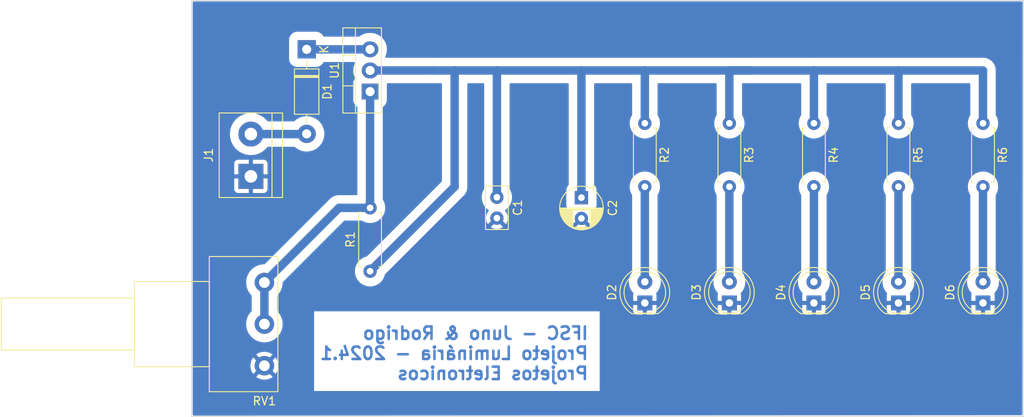
<source format=kicad_pcb>
(kicad_pcb (version 20221018) (generator pcbnew)
  (layers (0 "F.Cu" signal) (31 "B.Cu" signal) (34 "B.Paste" user) (35 "F.Paste" user) (36 "B.SilkS" user "B.Silkscreen") (37 "F.SilkS" user "F.Silkscreen") (38 "B.Mask" user) (39 "F.Mask" user) (44 "Edge.Cuts" user))
  (net 0 "")
  (net 1 "Net-(U1-VO)")
  (net 2 "GNDREF")
  (net 3 "Net-(D1-K)")
  (net 4 "Net-(D1-A)")
  (net 5 "Net-(D2-A)")
  (net 6 "Net-(D3-A)")
  (net 7 "Net-(D4-A)")
  (net 8 "Net-(D5-A)")
  (net 9 "Net-(D6-A)")
  (net 10 "Net-(U1-ADJ)")
  (footprint "Capacitor_THT:CP_Radial_D5.0mm_P2.50mm" (layer "F.Cu") (at 116.84 73.7 -90)
    (fp_text reference "C2" (at 1.25 -3.75 90) (layer "F.SilkS"))
    (fp_text value "10uF")
    (fp_line (start -1.554775 -1.475) (end -1.054775 -1.475) (stroke (width 0.12)) (layer "F.SilkS"))
    (fp_line (start -1.304775 -1.725) (end -1.304775 -1.225) (stroke (width 0.12)) (layer "F.SilkS"))
    (fp_line (start 1.25 -2.58) (end 1.25 2.58) (stroke (width 0.12)) (layer "F.SilkS"))
    (fp_line (start 1.29 -2.58) (end 1.29 2.58) (stroke (width 0.12)) (layer "F.SilkS"))
    (fp_line (start 1.33 -2.579) (end 1.33 2.579) (stroke (width 0.12)) (layer "F.SilkS"))
    (fp_line (start 1.37 -2.578) (end 1.37 2.578) (stroke (width 0.12)) (layer "F.SilkS"))
    (fp_line (start 1.41 -2.576) (end 1.41 2.576) (stroke (width 0.12)) (layer "F.SilkS"))
    (fp_line (start 1.45 -2.573) (end 1.45 2.573) (stroke (width 0.12)) (layer "F.SilkS"))
    (fp_line (start 1.49 -2.569) (end 1.49 -1.04) (stroke (width 0.12)) (layer "F.SilkS"))
    (fp_line (start 1.49 1.04) (end 1.49 2.569) (stroke (width 0.12)) (layer "F.SilkS"))
    (fp_line (start 1.53 -2.565) (end 1.53 -1.04) (stroke (width 0.12)) (layer "F.SilkS"))
    (fp_line (start 1.53 1.04) (end 1.53 2.565) (stroke (width 0.12)) (layer "F.SilkS"))
    (fp_line (start 1.57 -2.561) (end 1.57 -1.04) (stroke (width 0.12)) (layer "F.SilkS"))
    (fp_line (start 1.57 1.04) (end 1.57 2.561) (stroke (width 0.12)) (layer "F.SilkS"))
    (fp_line (start 1.61 -2.556) (end 1.61 -1.04) (stroke (width 0.12)) (layer "F.SilkS"))
    (fp_line (start 1.61 1.04) (end 1.61 2.556) (stroke (width 0.12)) (layer "F.SilkS"))
    (fp_line (start 1.65 -2.55) (end 1.65 -1.04) (stroke (width 0.12)) (layer "F.SilkS"))
    (fp_line (start 1.65 1.04) (end 1.65 2.55) (stroke (width 0.12)) (layer "F.SilkS"))
    (fp_line (start 1.69 -2.543) (end 1.69 -1.04) (stroke (width 0.12)) (layer "F.SilkS"))
    (fp_line (start 1.69 1.04) (end 1.69 2.543) (stroke (width 0.12)) (layer "F.SilkS"))
    (fp_line (start 1.73 -2.536) (end 1.73 -1.04) (stroke (width 0.12)) (layer "F.SilkS"))
    (fp_line (start 1.73 1.04) (end 1.73 2.536) (stroke (width 0.12)) (layer "F.SilkS"))
    (fp_line (start 1.77 -2.528) (end 1.77 -1.04) (stroke (width 0.12)) (layer "F.SilkS"))
    (fp_line (start 1.77 1.04) (end 1.77 2.528) (stroke (width 0.12)) (layer "F.SilkS"))
    (fp_line (start 1.81 -2.52) (end 1.81 -1.04) (stroke (width 0.12)) (layer "F.SilkS"))
    (fp_line (start 1.81 1.04) (end 1.81 2.52) (stroke (width 0.12)) (layer "F.SilkS"))
    (fp_line (start 1.85 -2.511) (end 1.85 -1.04) (stroke (width 0.12)) (layer "F.SilkS"))
    (fp_line (start 1.85 1.04) (end 1.85 2.511) (stroke (width 0.12)) (layer "F.SilkS"))
    (fp_line (start 1.89 -2.501) (end 1.89 -1.04) (stroke (width 0.12)) (layer "F.SilkS"))
    (fp_line (start 1.89 1.04) (end 1.89 2.501) (stroke (width 0.12)) (layer "F.SilkS"))
    (fp_line (start 1.93 -2.491) (end 1.93 -1.04) (stroke (width 0.12)) (layer "F.SilkS"))
    (fp_line (start 1.93 1.04) (end 1.93 2.491) (stroke (width 0.12)) (layer "F.SilkS"))
    (fp_line (start 1.971 -2.48) (end 1.971 -1.04) (stroke (width 0.12)) (layer "F.SilkS"))
    (fp_line (start 1.971 1.04) (end 1.971 2.48) (stroke (width 0.12)) (layer "F.SilkS"))
    (fp_line (start 2.011 -2.468) (end 2.011 -1.04) (stroke (width 0.12)) (layer "F.SilkS"))
    (fp_line (start 2.011 1.04) (end 2.011 2.468) (stroke (width 0.12)) (layer "F.SilkS"))
    (fp_line (start 2.051 -2.455) (end 2.051 -1.04) (stroke (width 0.12)) (layer "F.SilkS"))
    (fp_line (start 2.051 1.04) (end 2.051 2.455) (stroke (width 0.12)) (layer "F.SilkS"))
    (fp_line (start 2.091 -2.442) (end 2.091 -1.04) (stroke (width 0.12)) (layer "F.SilkS"))
    (fp_line (start 2.091 1.04) (end 2.091 2.442) (stroke (width 0.12)) (layer "F.SilkS"))
    (fp_line (start 2.131 -2.428) (end 2.131 -1.04) (stroke (width 0.12)) (layer "F.SilkS"))
    (fp_line (start 2.131 1.04) (end 2.131 2.428) (stroke (width 0.12)) (layer "F.SilkS"))
    (fp_line (start 2.171 -2.414) (end 2.171 -1.04) (stroke (width 0.12)) (layer "F.SilkS"))
    (fp_line (start 2.171 1.04) (end 2.171 2.414) (stroke (width 0.12)) (layer "F.SilkS"))
    (fp_line (start 2.211 -2.398) (end 2.211 -1.04) (stroke (width 0.12)) (layer "F.SilkS"))
    (fp_line (start 2.211 1.04) (end 2.211 2.398) (stroke (width 0.12)) (layer "F.SilkS"))
    (fp_line (start 2.251 -2.382) (end 2.251 -1.04) (stroke (width 0.12)) (layer "F.SilkS"))
    (fp_line (start 2.251 1.04) (end 2.251 2.382) (stroke (width 0.12)) (layer "F.SilkS"))
    (fp_line (start 2.291 -2.365) (end 2.291 -1.04) (stroke (width 0.12)) (layer "F.SilkS"))
    (fp_line (start 2.291 1.04) (end 2.291 2.365) (stroke (width 0.12)) (layer "F.SilkS"))
    (fp_line (start 2.331 -2.348) (end 2.331 -1.04) (stroke (width 0.12)) (layer "F.SilkS"))
    (fp_line (start 2.331 1.04) (end 2.331 2.348) (stroke (width 0.12)) (layer "F.SilkS"))
    (fp_line (start 2.371 -2.329) (end 2.371 -1.04) (stroke (width 0.12)) (layer "F.SilkS"))
    (fp_line (start 2.371 1.04) (end 2.371 2.329) (stroke (width 0.12)) (layer "F.SilkS"))
    (fp_line (start 2.411 -2.31) (end 2.411 -1.04) (stroke (width 0.12)) (layer "F.SilkS"))
    (fp_line (start 2.411 1.04) (end 2.411 2.31) (stroke (width 0.12)) (layer "F.SilkS"))
    (fp_line (start 2.451 -2.29) (end 2.451 -1.04) (stroke (width 0.12)) (layer "F.SilkS"))
    (fp_line (start 2.451 1.04) (end 2.451 2.29) (stroke (width 0.12)) (layer "F.SilkS"))
    (fp_line (start 2.491 -2.268) (end 2.491 -1.04) (stroke (width 0.12)) (layer "F.SilkS"))
    (fp_line (start 2.491 1.04) (end 2.491 2.268) (stroke (width 0.12)) (layer "F.SilkS"))
    (fp_line (start 2.531 -2.247) (end 2.531 -1.04) (stroke (width 0.12)) (layer "F.SilkS"))
    (fp_line (start 2.531 1.04) (end 2.531 2.247) (stroke (width 0.12)) (layer "F.SilkS"))
    (fp_line (start 2.571 -2.224) (end 2.571 -1.04) (stroke (width 0.12)) (layer "F.SilkS"))
    (fp_line (start 2.571 1.04) (end 2.571 2.224) (stroke (width 0.12)) (layer "F.SilkS"))
    (fp_line (start 2.611 -2.2) (end 2.611 -1.04) (stroke (width 0.12)) (layer "F.SilkS"))
    (fp_line (start 2.611 1.04) (end 2.611 2.2) (stroke (width 0.12)) (layer "F.SilkS"))
    (fp_line (start 2.651 -2.175) (end 2.651 -1.04) (stroke (width 0.12)) (layer "F.SilkS"))
    (fp_line (start 2.651 1.04) (end 2.651 2.175) (stroke (width 0.12)) (layer "F.SilkS"))
    (fp_line (start 2.691 -2.149) (end 2.691 -1.04) (stroke (width 0.12)) (layer "F.SilkS"))
    (fp_line (start 2.691 1.04) (end 2.691 2.149) (stroke (width 0.12)) (layer "F.SilkS"))
    (fp_line (start 2.731 -2.122) (end 2.731 -1.04) (stroke (width 0.12)) (layer "F.SilkS"))
    (fp_line (start 2.731 1.04) (end 2.731 2.122) (stroke (width 0.12)) (layer "F.SilkS"))
    (fp_line (start 2.771 -2.095) (end 2.771 -1.04) (stroke (width 0.12)) (layer "F.SilkS"))
    (fp_line (start 2.771 1.04) (end 2.771 2.095) (stroke (width 0.12)) (layer "F.SilkS"))
    (fp_line (start 2.811 -2.065) (end 2.811 -1.04) (stroke (width 0.12)) (layer "F.SilkS"))
    (fp_line (start 2.811 1.04) (end 2.811 2.065) (stroke (width 0.12)) (layer "F.SilkS"))
    (fp_line (start 2.851 -2.035) (end 2.851 -1.04) (stroke (width 0.12)) (layer "F.SilkS"))
    (fp_line (start 2.851 1.04) (end 2.851 2.035) (stroke (width 0.12)) (layer "F.SilkS"))
    (fp_line (start 2.891 -2.004) (end 2.891 -1.04) (stroke (width 0.12)) (layer "F.SilkS"))
    (fp_line (start 2.891 1.04) (end 2.891 2.004) (stroke (width 0.12)) (layer "F.SilkS"))
    (fp_line (start 2.931 -1.971) (end 2.931 -1.04) (stroke (width 0.12)) (layer "F.SilkS"))
    (fp_line (start 2.931 1.04) (end 2.931 1.971) (stroke (width 0.12)) (layer "F.SilkS"))
    (fp_line (start 2.971 -1.937) (end 2.971 -1.04) (stroke (width 0.12)) (layer "F.SilkS"))
    (fp_line (start 2.971 1.04) (end 2.971 1.937) (stroke (width 0.12)) (layer "F.SilkS"))
    (fp_line (start 3.011 -1.901) (end 3.011 -1.04) (stroke (width 0.12)) (layer "F.SilkS"))
    (fp_line (start 3.011 1.04) (end 3.011 1.901) (stroke (width 0.12)) (layer "F.SilkS"))
    (fp_line (start 3.051 -1.864) (end 3.051 -1.04) (stroke (width 0.12)) (layer "F.SilkS"))
    (fp_line (start 3.051 1.04) (end 3.051 1.864) (stroke (width 0.12)) (layer "F.SilkS"))
    (fp_line (start 3.091 -1.826) (end 3.091 -1.04) (stroke (width 0.12)) (layer "F.SilkS"))
    (fp_line (start 3.091 1.04) (end 3.091 1.826) (stroke (width 0.12)) (layer "F.SilkS"))
    (fp_line (start 3.131 -1.785) (end 3.131 -1.04) (stroke (width 0.12)) (layer "F.SilkS"))
    (fp_line (start 3.131 1.04) (end 3.131 1.785) (stroke (width 0.12)) (layer "F.SilkS"))
    (fp_line (start 3.171 -1.743) (end 3.171 -1.04) (stroke (width 0.12)) (layer "F.SilkS"))
    (fp_line (start 3.171 1.04) (end 3.171 1.743) (stroke (width 0.12)) (layer "F.SilkS"))
    (fp_line (start 3.211 -1.699) (end 3.211 -1.04) (stroke (width 0.12)) (layer "F.SilkS"))
    (fp_line (start 3.211 1.04) (end 3.211 1.699) (stroke (width 0.12)) (layer "F.SilkS"))
    (fp_line (start 3.251 -1.653) (end 3.251 -1.04) (stroke (width 0.12)) (layer "F.SilkS"))
    (fp_line (start 3.251 1.04) (end 3.251 1.653) (stroke (width 0.12)) (layer "F.SilkS"))
    (fp_line (start 3.291 -1.605) (end 3.291 -1.04) (stroke (width 0.12)) (layer "F.SilkS"))
    (fp_line (start 3.291 1.04) (end 3.291 1.605) (stroke (width 0.12)) (layer "F.SilkS"))
    (fp_line (start 3.331 -1.554) (end 3.331 -1.04) (stroke (width 0.12)) (layer "F.SilkS"))
    (fp_line (start 3.331 1.04) (end 3.331 1.554) (stroke (width 0.12)) (layer "F.SilkS"))
    (fp_line (start 3.371 -1.5) (end 3.371 -1.04) (stroke (width 0.12)) (layer "F.SilkS"))
    (fp_line (start 3.371 1.04) (end 3.371 1.5) (stroke (width 0.12)) (layer "F.SilkS"))
    (fp_line (start 3.411 -1.443) (end 3.411 -1.04) (stroke (width 0.12)) (layer "F.SilkS"))
    (fp_line (start 3.411 1.04) (end 3.411 1.443) (stroke (width 0.12)) (layer "F.SilkS"))
    (fp_line (start 3.451 -1.383) (end 3.451 -1.04) (stroke (width 0.12)) (layer "F.SilkS"))
    (fp_line (start 3.451 1.04) (end 3.451 1.383) (stroke (width 0.12)) (layer "F.SilkS"))
    (fp_line (start 3.491 -1.319) (end 3.491 -1.04) (stroke (width 0.12)) (layer "F.SilkS"))
    (fp_line (start 3.491 1.04) (end 3.491 1.319) (stroke (width 0.12)) (layer "F.SilkS"))
    (fp_line (start 3.531 -1.251) (end 3.531 -1.04) (stroke (width 0.12)) (layer "F.SilkS"))
    (fp_line (start 3.531 1.04) (end 3.531 1.251) (stroke (width 0.12)) (layer "F.SilkS"))
    (fp_line (start 3.571 -1.178) (end 3.571 1.178) (stroke (width 0.12)) (layer "F.SilkS"))
    (fp_line (start 3.611 -1.098) (end 3.611 1.098) (stroke (width 0.12)) (layer "F.SilkS"))
    (fp_line (start 3.651 -1.011) (end 3.651 1.011) (stroke (width 0.12)) (layer "F.SilkS"))
    (fp_line (start 3.691 -0.915) (end 3.691 0.915) (stroke (width 0.12)) (layer "F.SilkS"))
    (fp_line (start 3.731 -0.805) (end 3.731 0.805) (stroke (width 0.12)) (layer "F.SilkS"))
    (fp_line (start 3.771 -0.677) (end 3.771 0.677) (stroke (width 0.12)) (layer "F.SilkS"))
    (fp_line (start 3.811 -0.518) (end 3.811 0.518) (stroke (width 0.12)) (layer "F.SilkS"))
    (fp_line (start 3.851 -0.284) (end 3.851 0.284) (stroke (width 0.12)) (layer "F.SilkS"))
    (fp_circle (center 1.25 0) (end 3.87 0) (stroke (width 0.12)) (fill none) (layer "F.SilkS"))
    (pad "1" thru_hole rect (at 0 0 270) (size 1.6 1.6) (drill 0.8) (layers "*.Cu" "*.Mask") (net 1 "Net-(U1-VO)"))
    (pad "2" thru_hole circle (at 2.5 0 270) (size 1.6 1.6) (drill 0.8) (layers "*.Cu" "*.Mask") (net 2 "GNDREF"))
  )
  (footprint "LED_THT:LED_D5.0mm" (layer "F.Cu") (at 154.94 86.36 90)
    (fp_text reference "D5" (at 1.27 -3.96 90) (layer "F.SilkS"))
    (fp_text value "LED")
    (fp_line (start -1.29 -1.545) (end -1.29 1.545) (stroke (width 0.12)) (layer "F.SilkS"))
    (fp_arc (start -1.29 -1.54483) (mid 2.072002 -2.880433) (end 4.26 0.000462) (stroke (width 0.12)) (layer "F.SilkS"))
    (fp_arc (start 4.26 -0.000462) (mid 2.072002 2.880433) (end -1.29 1.54483) (stroke (width 0.12)) (layer "F.SilkS"))
    (fp_circle (center 1.27 0) (end 3.77 0) (stroke (width 0.12)) (fill none) (layer "F.SilkS"))
    (pad "1" thru_hole rect (at 0 0 90) (size 1.8 1.8) (drill 0.9) (layers "*.Cu" "*.Mask") (net 2 "GNDREF"))
    (pad "2" thru_hole circle (at 2.54 0 90) (size 1.8 1.8) (drill 0.9) (layers "*.Cu" "*.Mask") (net 8 "Net-(D5-A)"))
  )
  (footprint "LED_THT:LED_D5.0mm" (layer "F.Cu") (at 124.46 86.36 90)
    (fp_text reference "D2" (at 1.27 -3.96 90) (layer "F.SilkS"))
    (fp_text value "LED")
    (fp_line (start -1.29 -1.545) (end -1.29 1.545) (stroke (width 0.12)) (layer "F.SilkS"))
    (fp_arc (start -1.29 -1.54483) (mid 2.072002 -2.880433) (end 4.26 0.000462) (stroke (width 0.12)) (layer "F.SilkS"))
    (fp_arc (start 4.26 -0.000462) (mid 2.072002 2.880433) (end -1.29 1.54483) (stroke (width 0.12)) (layer "F.SilkS"))
    (fp_circle (center 1.27 0) (end 3.77 0) (stroke (width 0.12)) (fill none) (layer "F.SilkS"))
    (pad "1" thru_hole rect (at 0 0 90) (size 1.8 1.8) (drill 0.9) (layers "*.Cu" "*.Mask") (net 2 "GNDREF"))
    (pad "2" thru_hole circle (at 2.54 0 90) (size 1.8 1.8) (drill 0.9) (layers "*.Cu" "*.Mask") (net 5 "Net-(D2-A)"))
  )
  (footprint "Package_TO_SOT_THT:TO-220-3_Vertical" (layer "F.Cu") (at 91.44 60.96 90)
    (fp_text reference "U1" (at 2.54 -4.27 90) (layer "F.SilkS"))
    (fp_text value "LM317_TO-220")
    (fp_line (start -2.58 -3.27) (end -2.58 1.371) (stroke (width 0.12)) (layer "F.SilkS"))
    (fp_line (start -2.58 -3.27) (end 7.66 -3.27) (stroke (width 0.12)) (layer "F.SilkS"))
    (fp_line (start -2.58 -1.76) (end 7.66 -1.76) (stroke (width 0.12)) (layer "F.SilkS"))
    (fp_line (start -2.58 1.371) (end 7.66 1.371) (stroke (width 0.12)) (layer "F.SilkS"))
    (fp_line (start 0.69 -3.27) (end 0.69 -1.76) (stroke (width 0.12)) (layer "F.SilkS"))
    (fp_line (start 4.391 -3.27) (end 4.391 -1.76) (stroke (width 0.12)) (layer "F.SilkS"))
    (fp_line (start 7.66 -3.27) (end 7.66 1.371) (stroke (width 0.12)) (layer "F.SilkS"))
    (pad "1" thru_hole rect (at 0 0 90) (size 1.905 2) (drill 1.1) (layers "*.Cu" "*.Mask") (net 10 "Net-(U1-ADJ)"))
    (pad "2" thru_hole oval (at 2.54 0 90) (size 1.905 2) (drill 1.1) (layers "*.Cu" "*.Mask") (net 1 "Net-(U1-VO)"))
    (pad "3" thru_hole oval (at 5.08 0 90) (size 1.905 2) (drill 1.1) (layers "*.Cu" "*.Mask") (net 3 "Net-(D1-K)"))
  )
  (footprint "Resistor_THT:R_Axial_DIN0207_L6.3mm_D2.5mm_P7.62mm_Horizontal" (layer "F.Cu") (at 124.46 64.77 -90)
    (fp_text reference "R2" (at 3.81 -2.37 90) (layer "F.SilkS"))
    (fp_text value "330")
    (fp_line (start 0.54 -1.37) (end 7.08 -1.37) (stroke (width 0.12)) (layer "F.SilkS"))
    (fp_line (start 0.54 -1.04) (end 0.54 -1.37) (stroke (width 0.12)) (layer "F.SilkS"))
    (fp_line (start 0.54 1.04) (end 0.54 1.37) (stroke (width 0.12)) (layer "F.SilkS"))
    (fp_line (start 0.54 1.37) (end 7.08 1.37) (stroke (width 0.12)) (layer "F.SilkS"))
    (fp_line (start 7.08 -1.37) (end 7.08 -1.04) (stroke (width 0.12)) (layer "F.SilkS"))
    (fp_line (start 7.08 1.37) (end 7.08 1.04) (stroke (width 0.12)) (layer "F.SilkS"))
    (pad "1" thru_hole circle (at 0 0 270) (size 1.6 1.6) (drill 0.8) (layers "*.Cu" "*.Mask") (net 1 "Net-(U1-VO)"))
    (pad "2" thru_hole oval (at 7.62 0 270) (size 1.6 1.6) (drill 0.8) (layers "*.Cu" "*.Mask") (net 5 "Net-(D2-A)"))
  )
  (footprint "LED_THT:LED_D5.0mm" (layer "F.Cu") (at 165.1 86.36 90)
    (fp_text reference "D6" (at 1.27 -3.96 90) (layer "F.SilkS"))
    (fp_text value "LED")
    (fp_line (start -1.29 -1.545) (end -1.29 1.545) (stroke (width 0.12)) (layer "F.SilkS"))
    (fp_arc (start -1.29 -1.54483) (mid 2.072002 -2.880433) (end 4.26 0.000462) (stroke (width 0.12)) (layer "F.SilkS"))
    (fp_arc (start 4.26 -0.000462) (mid 2.072002 2.880433) (end -1.29 1.54483) (stroke (width 0.12)) (layer "F.SilkS"))
    (fp_circle (center 1.27 0) (end 3.77 0) (stroke (width 0.12)) (fill none) (layer "F.SilkS"))
    (pad "1" thru_hole rect (at 0 0 90) (size 1.8 1.8) (drill 0.9) (layers "*.Cu" "*.Mask") (net 2 "GNDREF"))
    (pad "2" thru_hole circle (at 2.54 0 90) (size 1.8 1.8) (drill 0.9) (layers "*.Cu" "*.Mask") (net 9 "Net-(D6-A)"))
  )
  (footprint "TerminalBlock:TerminalBlock_bornier-2_P5.08mm" (layer "F.Cu") (at 77.1144 71.1454 90)
    (fp_text reference "J1" (at 2.54 -5.08 90) (layer "F.SilkS"))
    (fp_text value "Conn_01x02")
    (fp_line (start -2.54 -3.81) (end -2.54 3.81) (stroke (width 0.12)) (layer "F.SilkS"))
    (fp_line (start -2.54 3.81) (end 7.62 3.81) (stroke (width 0.12)) (layer "F.SilkS"))
    (fp_line (start 7.62 -3.81) (end -2.54 -3.81) (stroke (width 0.12)) (layer "F.SilkS"))
    (fp_line (start 7.62 2.54) (end -2.54 2.54) (stroke (width 0.12)) (layer "F.SilkS"))
    (fp_line (start 7.62 3.81) (end 7.62 -3.81) (stroke (width 0.12)) (layer "F.SilkS"))
    (pad "1" thru_hole rect (at 0 0 90) (size 3 3) (drill 1.52) (layers "*.Cu" "*.Mask") (net 2 "GNDREF"))
    (pad "2" thru_hole circle (at 5.08 0 90) (size 3 3) (drill 1.52) (layers "*.Cu" "*.Mask") (net 4 "Net-(D1-A)"))
  )
  (footprint "Capacitor_THT:C_Disc_D5.0mm_W2.5mm_P2.50mm" (layer "F.Cu") (at 106.68 73.66 -90)
    (fp_text reference "C1" (at 1.25 -2.5 90) (layer "F.SilkS"))
    (fp_text value "100nF")
    (fp_line (start -1.37 -1.37) (end -1.37 1.37) (stroke (width 0.12)) (layer "F.SilkS"))
    (fp_line (start -1.37 -1.37) (end 3.87 -1.37) (stroke (width 0.12)) (layer "F.SilkS"))
    (fp_line (start -1.37 1.37) (end 3.87 1.37) (stroke (width 0.12)) (layer "F.SilkS"))
    (fp_line (start 3.87 -1.37) (end 3.87 1.37) (stroke (width 0.12)) (layer "F.SilkS"))
    (pad "1" thru_hole circle (at 0 0 270) (size 1.6 1.6) (drill 0.8) (layers "*.Cu" "*.Mask") (net 1 "Net-(U1-VO)"))
    (pad "2" thru_hole circle (at 2.5 0 270) (size 1.6 1.6) (drill 0.8) (layers "*.Cu" "*.Mask") (net 2 "GNDREF"))
  )
  (footprint "Resistor_THT:R_Axial_DIN0207_L6.3mm_D2.5mm_P7.62mm_Horizontal" (layer "F.Cu") (at 165.1 64.77 -90)
    (fp_text reference "R6" (at 3.81 -2.37 90) (layer "F.SilkS"))
    (fp_text value "330")
    (fp_line (start 0.54 -1.37) (end 7.08 -1.37) (stroke (width 0.12)) (layer "F.SilkS"))
    (fp_line (start 0.54 -1.04) (end 0.54 -1.37) (stroke (width 0.12)) (layer "F.SilkS"))
    (fp_line (start 0.54 1.04) (end 0.54 1.37) (stroke (width 0.12)) (layer "F.SilkS"))
    (fp_line (start 0.54 1.37) (end 7.08 1.37) (stroke (width 0.12)) (layer "F.SilkS"))
    (fp_line (start 7.08 -1.37) (end 7.08 -1.04) (stroke (width 0.12)) (layer "F.SilkS"))
    (fp_line (start 7.08 1.37) (end 7.08 1.04) (stroke (width 0.12)) (layer "F.SilkS"))
    (pad "1" thru_hole circle (at 0 0 270) (size 1.6 1.6) (drill 0.8) (layers "*.Cu" "*.Mask") (net 1 "Net-(U1-VO)"))
    (pad "2" thru_hole oval (at 7.62 0 270) (size 1.6 1.6) (drill 0.8) (layers "*.Cu" "*.Mask") (net 9 "Net-(D6-A)"))
  )
  (footprint "Diode_THT:D_DO-41_SOD81_P10.16mm_Horizontal" (layer "F.Cu") (at 83.82 55.88 -90)
    (fp_text reference "D1" (at 5.08 -2.47 90) (layer "F.SilkS"))
    (fp_text value "1N4007")
    (fp_text user "K" (at 0 -2.1 90) (layer "F.SilkS"))
    (fp_line (start 1.34 0) (end 2.36 0) (stroke (width 0.12)) (layer "F.SilkS"))
    (fp_line (start 2.36 -1.47) (end 2.36 1.47) (stroke (width 0.12)) (layer "F.SilkS"))
    (fp_line (start 2.36 1.47) (end 7.8 1.47) (stroke (width 0.12)) (layer "F.SilkS"))
    (fp_line (start 3.14 -1.47) (end 3.14 1.47) (stroke (width 0.12)) (layer "F.SilkS"))
    (fp_line (start 3.26 -1.47) (end 3.26 1.47) (stroke (width 0.12)) (layer "F.SilkS"))
    (fp_line (start 3.38 -1.47) (end 3.38 1.47) (stroke (width 0.12)) (layer "F.SilkS"))
    (fp_line (start 7.8 -1.47) (end 2.36 -1.47) (stroke (width 0.12)) (layer "F.SilkS"))
    (fp_line (start 7.8 1.47) (end 7.8 -1.47) (stroke (width 0.12)) (layer "F.SilkS"))
    (fp_line (start 8.82 0) (end 7.8 0) (stroke (width 0.12)) (layer "F.SilkS"))
    (pad "1" thru_hole rect (at 0 0 270) (size 2.2 2.2) (drill 1.1) (layers "*.Cu" "*.Mask") (net 3 "Net-(D1-K)"))
    (pad "2" thru_hole oval (at 10.16 0 270) (size 2.2 2.2) (drill 1.1) (layers "*.Cu" "*.Mask") (net 4 "Net-(D1-A)"))
  )
  (footprint "Resistor_THT:R_Axial_DIN0207_L6.3mm_D2.5mm_P7.62mm_Horizontal" (layer "F.Cu") (at 154.94 64.77 -90)
    (fp_text reference "R5" (at 3.81 -2.37 90) (layer "F.SilkS"))
    (fp_text value "330")
    (fp_line (start 0.54 -1.37) (end 7.08 -1.37) (stroke (width 0.12)) (layer "F.SilkS"))
    (fp_line (start 0.54 -1.04) (end 0.54 -1.37) (stroke (width 0.12)) (layer "F.SilkS"))
    (fp_line (start 0.54 1.04) (end 0.54 1.37) (stroke (width 0.12)) (layer "F.SilkS"))
    (fp_line (start 0.54 1.37) (end 7.08 1.37) (stroke (width 0.12)) (layer "F.SilkS"))
    (fp_line (start 7.08 -1.37) (end 7.08 -1.04) (stroke (width 0.12)) (layer "F.SilkS"))
    (fp_line (start 7.08 1.37) (end 7.08 1.04) (stroke (width 0.12)) (layer "F.SilkS"))
    (pad "1" thru_hole circle (at 0 0 270) (size 1.6 1.6) (drill 0.8) (layers "*.Cu" "*.Mask") (net 1 "Net-(U1-VO)"))
    (pad "2" thru_hole oval (at 7.62 0 270) (size 1.6 1.6) (drill 0.8) (layers "*.Cu" "*.Mask") (net 8 "Net-(D5-A)"))
  )
  (footprint "Potentiometer_THT:Potentiometer_Piher_PC-16_Single_Horizontal" (layer "F.Cu") (at 78.74 83.9 180)
    (fp_text reference "RV1" (at 0 -14.25) (layer "F.SilkS"))
    (fp_text value "2k")
    (fp_line (start -1.62 -13.12) (end -1.62 3.12) (stroke (width 0.12)) (layer "F.SilkS"))
    (fp_line (start -1.62 -13.12) (end 6.62 -13.12) (stroke (width 0.12)) (layer "F.SilkS"))
    (fp_line (start -1.62 3.12) (end 6.62 3.12) (stroke (width 0.12)) (layer "F.SilkS"))
    (fp_line (start 6.62 -13.12) (end 6.62 3.12) (stroke (width 0.12)) (layer "F.SilkS"))
    (fp_line (start 6.62 -10.12) (end 6.62 0.12) (stroke (width 0.12)) (layer "F.SilkS"))
    (fp_line (start 6.62 -10.12) (end 15.62 -10.12) (stroke (width 0.12)) (layer "F.SilkS"))
    (fp_line (start 6.62 0.12) (end 15.62 0.12) (stroke (width 0.12)) (layer "F.SilkS"))
    (fp_line (start 15.62 -10.12) (end 15.62 0.12) (stroke (width 0.12)) (layer "F.SilkS"))
    (fp_line (start 15.62 -8.12) (end 15.62 -1.879) (stroke (width 0.12)) (layer "F.SilkS"))
    (fp_line (start 15.62 -8.12) (end 31.62 -8.12) (stroke (width 0.12)) (layer "F.SilkS"))
    (fp_line (start 15.62 -1.879) (end 31.62 -1.879) (stroke (width 0.12)) (layer "F.SilkS"))
    (fp_line (start 31.62 -8.12) (end 31.62 -1.879) (stroke (width 0.12)) (layer "F.SilkS"))
    (pad "1" thru_hole circle (at 0 0 180) (size 2.34 2.34) (drill 1.3) (layers "*.Cu" "*.Mask") (net 10 "Net-(U1-ADJ)"))
    (pad "2" thru_hole circle (at 0 -5 180) (size 2.34 2.34) (drill 1.3) (layers "*.Cu" "*.Mask") (net 10 "Net-(U1-ADJ)"))
    (pad "3" thru_hole circle (at 0 -10 180) (size 2.34 2.34) (drill 1.3) (layers "*.Cu" "*.Mask") (net 2 "GNDREF"))
  )
  (footprint "Resistor_THT:R_Axial_DIN0207_L6.3mm_D2.5mm_P7.62mm_Horizontal" (layer "F.Cu") (at 91.44 82.55 90)
    (fp_text reference "R1" (at 3.81 -2.37 90) (layer "F.SilkS"))
    (fp_text value "220")
    (fp_line (start 0.54 -1.37) (end 7.08 -1.37) (stroke (width 0.12)) (layer "F.SilkS"))
    (fp_line (start 0.54 -1.04) (end 0.54 -1.37) (stroke (width 0.12)) (layer "F.SilkS"))
    (fp_line (start 0.54 1.04) (end 0.54 1.37) (stroke (width 0.12)) (layer "F.SilkS"))
    (fp_line (start 0.54 1.37) (end 7.08 1.37) (stroke (width 0.12)) (layer "F.SilkS"))
    (fp_line (start 7.08 -1.37) (end 7.08 -1.04) (stroke (width 0.12)) (layer "F.SilkS"))
    (fp_line (start 7.08 1.37) (end 7.08 1.04) (stroke (width 0.12)) (layer "F.SilkS"))
    (pad "1" thru_hole circle (at 0 0 90) (size 1.6 1.6) (drill 0.8) (layers "*.Cu" "*.Mask") (net 1 "Net-(U1-VO)"))
    (pad "2" thru_hole oval (at 7.62 0 90) (size 1.6 1.6) (drill 0.8) (layers "*.Cu" "*.Mask") (net 10 "Net-(U1-ADJ)"))
  )
  (footprint "Resistor_THT:R_Axial_DIN0207_L6.3mm_D2.5mm_P7.62mm_Horizontal" (layer "F.Cu") (at 134.62 64.77 -90)
    (fp_text reference "R3" (at 3.81 -2.37 90) (layer "F.SilkS"))
    (fp_text value "330")
    (fp_line (start 0.54 -1.37) (end 7.08 -1.37) (stroke (width 0.12)) (layer "F.SilkS"))
    (fp_line (start 0.54 -1.04) (end 0.54 -1.37) (stroke (width 0.12)) (layer "F.SilkS"))
    (fp_line (start 0.54 1.04) (end 0.54 1.37) (stroke (width 0.12)) (layer "F.SilkS"))
    (fp_line (start 0.54 1.37) (end 7.08 1.37) (stroke (width 0.12)) (layer "F.SilkS"))
    (fp_line (start 7.08 -1.37) (end 7.08 -1.04) (stroke (width 0.12)) (layer "F.SilkS"))
    (fp_line (start 7.08 1.37) (end 7.08 1.04) (stroke (width 0.12)) (layer "F.SilkS"))
    (pad "1" thru_hole circle (at 0 0 270) (size 1.6 1.6) (drill 0.8) (layers "*.Cu" "*.Mask") (net 1 "Net-(U1-VO)"))
    (pad "2" thru_hole oval (at 7.62 0 270) (size 1.6 1.6) (drill 0.8) (layers "*.Cu" "*.Mask") (net 6 "Net-(D3-A)"))
  )
  (footprint "LED_THT:LED_D5.0mm" (layer "F.Cu") (at 134.62 86.36 90)
    (fp_text reference "D3" (at 1.27 -3.96 90) (layer "F.SilkS"))
    (fp_text value "LED")
    (fp_line (start -1.29 -1.545) (end -1.29 1.545) (stroke (width 0.12)) (layer "F.SilkS"))
    (fp_arc (start -1.29 -1.54483) (mid 2.072002 -2.880433) (end 4.26 0.000462) (stroke (width 0.12)) (layer "F.SilkS"))
    (fp_arc (start 4.26 -0.000462) (mid 2.072002 2.880433) (end -1.29 1.54483) (stroke (width 0.12)) (layer "F.SilkS"))
    (fp_circle (center 1.27 0) (end 3.77 0) (stroke (width 0.12)) (fill none) (layer "F.SilkS"))
    (pad "1" thru_hole rect (at 0 0 90) (size 1.8 1.8) (drill 0.9) (layers "*.Cu" "*.Mask") (net 2 "GNDREF"))
    (pad "2" thru_hole circle (at 2.54 0 90) (size 1.8 1.8) (drill 0.9) (layers "*.Cu" "*.Mask") (net 6 "Net-(D3-A)"))
  )
  (footprint "LED_THT:LED_D5.0mm" (layer "F.Cu") (at 144.78 86.36 90)
    (fp_text reference "D4" (at 1.27 -3.96 90) (layer "F.SilkS"))
    (fp_text value "LED")
    (fp_line (start -1.29 -1.545) (end -1.29 1.545) (stroke (width 0.12)) (layer "F.SilkS"))
    (fp_arc (start -1.29 -1.54483) (mid 2.072002 -2.880433) (end 4.26 0.000462) (stroke (width 0.12)) (layer "F.SilkS"))
    (fp_arc (start 4.26 -0.000462) (mid 2.072002 2.880433) (end -1.29 1.54483) (stroke (width 0.12)) (layer "F.SilkS"))
    (fp_circle (center 1.27 0) (end 3.77 0) (stroke (width 0.12)) (fill none) (layer "F.SilkS"))
    (pad "1" thru_hole rect (at 0 0 90) (size 1.8 1.8) (drill 0.9) (layers "*.Cu" "*.Mask") (net 2 "GNDREF"))
    (pad "2" thru_hole circle (at 2.54 0 90) (size 1.8 1.8) (drill 0.9) (layers "*.Cu" "*.Mask") (net 7 "Net-(D4-A)"))
  )
  (footprint "Resistor_THT:R_Axial_DIN0207_L6.3mm_D2.5mm_P7.62mm_Horizontal" (layer "F.Cu") (at 144.78 64.77 -90)
    (fp_text reference "R4" (at 3.81 -2.37 90) (layer "F.SilkS"))
    (fp_text value "330")
    (fp_line (start 0.54 -1.37) (end 7.08 -1.37) (stroke (width 0.12)) (layer "F.SilkS"))
    (fp_line (start 0.54 -1.04) (end 0.54 -1.37) (stroke (width 0.12)) (layer "F.SilkS"))
    (fp_line (start 0.54 1.04) (end 0.54 1.37) (stroke (width 0.12)) (layer "F.SilkS"))
    (fp_line (start 0.54 1.37) (end 7.08 1.37) (stroke (width 0.12)) (layer "F.SilkS"))
    (fp_line (start 7.08 -1.37) (end 7.08 -1.04) (stroke (width 0.12)) (layer "F.SilkS"))
    (fp_line (start 7.08 1.37) (end 7.08 1.04) (stroke (width 0.12)) (layer "F.SilkS"))
    (pad "1" thru_hole circle (at 0 0 270) (size 1.6 1.6) (drill 0.8) (layers "*.Cu" "*.Mask") (net 1 "Net-(U1-VO)"))
    (pad "2" thru_hole oval (at 7.62 0 270) (size 1.6 1.6) (drill 0.8) (layers "*.Cu" "*.Mask") (net 7 "Net-(D4-A)"))
  )
  (gr_line (start 170 50) (end 170 100) (stroke (width 0.1)) (layer "Edge.Cuts"))
  (gr_line (start 70 50) (end 70 100) (stroke (width 0.1)) (layer "Edge.Cuts"))
  (gr_line (start 170 50) (end 70 50) (stroke (width 0.1)) (layer "Edge.Cuts"))
  (gr_line (start 170 100) (end 70 100) (stroke (width 0.1)) (layer "Edge.Cuts"))
  (gr_text "IFSC - Juno & Rodrigo\nProjeto Luminária - 2024.1\nProjetos Eletronicos" (at 117.8052 95.7072) (layer "B.Cu") (effects (font (size 1.5 1.5) (thickness 0.3) bold) (justify left bottom mirror)))
  (segment (start 106.68 73.66) (end 106.68 58.42) (width 1.016) (layer "B.Cu") (net 1))
  (segment (start 91.44 58.42) (end 99.06 58.42) (width 1.016) (layer "B.Cu") (net 1))
  (segment (start 99.06 58.42) (end 101.6 58.42) (width 1.016) (layer "B.Cu") (net 1))
  (segment (start 116.84 73.7) (end 116.84 58.42) (width 1.016) (layer "B.Cu") (net 1))
  (segment (start 144.78 64.77) (end 144.78 58.42) (width 1.016) (layer "B.Cu") (net 1))
  (segment (start 106.68 58.42) (end 116.84 58.42) (width 1.016) (layer "B.Cu") (net 1))
  (segment (start 124.46 58.42) (end 144.78 58.42) (width 1.016) (layer "B.Cu") (net 1))
  (segment (start 134.62 64.77) (end 134.62 58.42) (width 1.016) (layer "B.Cu") (net 1))
  (segment (start 134.62 58.42) (end 137.16 58.42) (width 1.016) (layer "B.Cu") (net 1))
  (segment (start 165.1 58.42) (end 165.1 64.77) (width 1.016) (layer "B.Cu") (net 1))
  (segment (start 144.78 58.42) (end 154.94 58.42) (width 1.016) (layer "B.Cu") (net 1))
  (segment (start 116.84 58.42) (end 124.46 58.42) (width 1.016) (layer "B.Cu") (net 1))
  (segment (start 124.46 64.77) (end 124.46 58.42) (width 1.016) (layer "B.Cu") (net 1))
  (segment (start 154.94 58.42) (end 165.1 58.42) (width 1.016) (layer "B.Cu") (net 1))
  (segment (start 154.94 64.77) (end 154.94 58.42) (width 1.016) (layer "B.Cu") (net 1))
  (segment (start 91.44 82.55) (end 101.6 72.39) (width 1.016) (layer "B.Cu") (net 1))
  (segment (start 101.6 72.39) (end 101.6 58.42) (width 1.016) (layer "B.Cu") (net 1))
  (segment (start 101.6 58.42) (end 106.68 58.42) (width 1.016) (layer "B.Cu") (net 1))
  (segment (start 83.82 55.88) (end 91.44 55.88) (width 1.016) (layer "B.Cu") (net 3))
  (segment (start 83.7946 66.0654) (end 83.82 66.04) (width 1.016) (layer "B.Cu") (net 4))
  (segment (start 77.1144 66.0654) (end 83.7946 66.0654) (width 1.016) (layer "B.Cu") (net 4))
  (segment (start 124.46 72.39) (end 124.46 83.82) (width 1.016) (layer "B.Cu") (net 5))
  (segment (start 134.62 72.39) (end 134.62 83.82) (width 1.016) (layer "B.Cu") (net 6))
  (segment (start 144.78 72.39) (end 144.78 83.82) (width 1.016) (layer "B.Cu") (net 7))
  (segment (start 154.94 72.39) (end 154.94 83.82) (width 1.016) (layer "B.Cu") (net 8))
  (segment (start 165.1 72.39) (end 165.1 83.82) (width 1.016) (layer "B.Cu") (net 9))
  (segment (start 78.74 88.9) (end 78.74 83.9) (width 1.016) (layer "B.Cu") (net 10))
  (segment (start 91.44 74.93) (end 87.71 74.93) (width 1.016) (layer "B.Cu") (net 10))
  (segment (start 91.44 60.96) (end 91.44 74.93) (width 1.016) (layer "B.Cu") (net 10))
  (segment (start 87.71 74.93) (end 78.74 83.9) (width 1.016) (layer "B.Cu") (net 10))
  (zone (net 2) (net_name "GNDREF") (layer "B.Cu") (connect_pads (clearance 0.5)) (min_thickness 0.25) (fill yes (thermal_gap 0.5) (thermal_bridge_width 0.5))
    (polygon (pts (xy 70.1294 50.1142) (xy 70.1294 99.8982) (xy 169.8498 99.8474) (xy 169.8752 50.1142)))
  )
)
</source>
